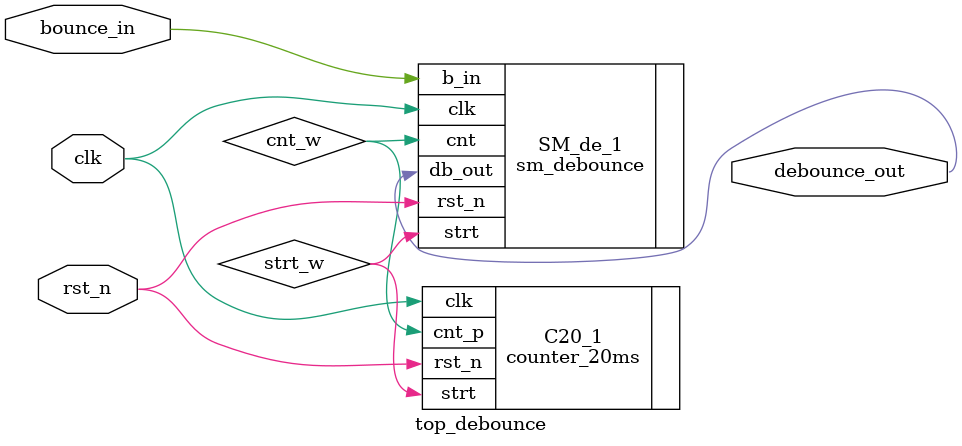
<source format=v>
module top_debounce(bounce_in, clk, rst_n, debounce_out);
// This is wrapper for switch debouncing it includes counter for 20ms and FSM for debouncing 

input bounce_in, clk, rst_n;
output debounce_out;

wire cnt_w, strt_w;

sm_debounce SM_de_1(.clk(clk), .rst_n(rst_n), .b_in(bounce_in), .cnt(cnt_w), .strt(strt_w), .db_out(debounce_out));
counter_20ms C20_1(.strt(strt_w), .clk(clk), .rst_n(rst_n), .cnt_p(cnt_w));

endmodule
</source>
